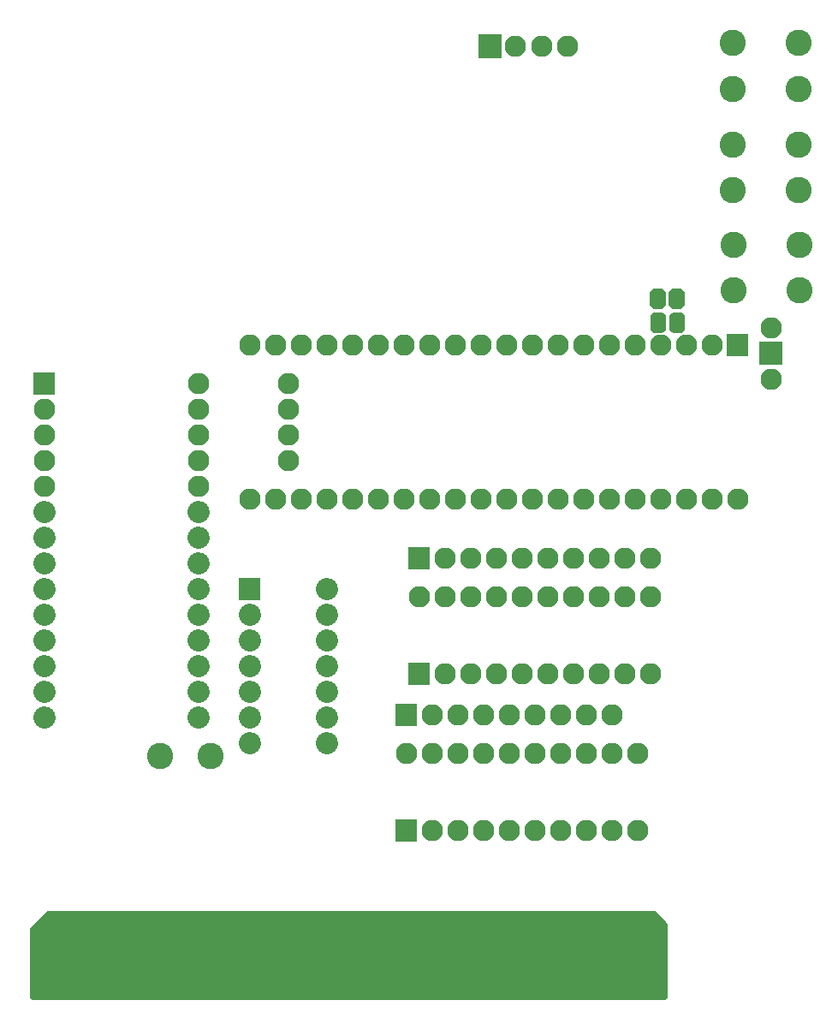
<source format=gbs>
%FSLAX34Y34*%
%MOMM*%
%LNSOLDERMASK_BOTTOM*%
G71*
G01*
%ADD10C, 2.124*%
%ADD11C, 2.600*%
%ADD12C, 2.600*%
%ADD13C, 2.200*%
%ADD14C, 0.600*%
%LPD*%
X686050Y644775D02*
G54D10*
D03*
X660650Y644775D02*
G54D10*
D03*
X635250Y644775D02*
G54D10*
D03*
X609850Y644775D02*
G54D10*
D03*
X584450Y644775D02*
G54D10*
D03*
X559050Y644775D02*
G54D10*
D03*
X533650Y644775D02*
G54D10*
D03*
X508250Y644775D02*
G54D10*
D03*
X482850Y644775D02*
G54D10*
D03*
X457450Y644775D02*
G54D10*
D03*
X432050Y644775D02*
G54D10*
D03*
X406650Y644775D02*
G54D10*
D03*
X381250Y644775D02*
G54D10*
D03*
X355850Y644775D02*
G54D10*
D03*
X330450Y644775D02*
G54D10*
D03*
X305050Y644775D02*
G54D10*
D03*
X279650Y644775D02*
G54D10*
D03*
X254250Y644775D02*
G54D10*
D03*
X228850Y644775D02*
G54D10*
D03*
X711450Y492375D02*
G54D10*
D03*
X686050Y492375D02*
G54D10*
D03*
X660650Y492375D02*
G54D10*
D03*
X635250Y492375D02*
G54D10*
D03*
X609850Y492375D02*
G54D10*
D03*
X584450Y492375D02*
G54D10*
D03*
X559050Y492375D02*
G54D10*
D03*
X533650Y492375D02*
G54D10*
D03*
X508250Y492375D02*
G54D10*
D03*
X482850Y492375D02*
G54D10*
D03*
X457450Y492375D02*
G54D10*
D03*
X432050Y492375D02*
G54D10*
D03*
X406650Y492375D02*
G54D10*
D03*
X381250Y492375D02*
G54D10*
D03*
X355850Y492375D02*
G54D10*
D03*
X330450Y492375D02*
G54D10*
D03*
X305050Y492375D02*
G54D10*
D03*
X279650Y492375D02*
G54D10*
D03*
X254250Y492375D02*
G54D10*
D03*
X228850Y492375D02*
G54D10*
D03*
X266950Y555875D02*
G54D10*
D03*
X266950Y581275D02*
G54D10*
D03*
X266950Y530475D02*
G54D10*
D03*
X266950Y606675D02*
G54D10*
D03*
X139950Y238375D02*
G54D11*
D03*
X189950Y238375D02*
G54D11*
D03*
G36*
X385490Y330655D02*
X407490Y330655D01*
X407490Y308655D01*
X385490Y308655D01*
X385490Y330655D01*
G37*
G36*
X372790Y175715D02*
X394790Y175715D01*
X394790Y153715D01*
X372790Y153715D01*
X372790Y175715D01*
G37*
G36*
X733208Y648179D02*
X756208Y648179D01*
X756208Y625179D01*
X733208Y625179D01*
X733208Y648179D01*
G37*
G36*
X385490Y444955D02*
X407490Y444955D01*
X407490Y422955D01*
X385490Y422955D01*
X385490Y444955D01*
G37*
G36*
X372790Y290015D02*
X394790Y290015D01*
X394790Y268015D01*
X372790Y268015D01*
X372790Y290015D01*
G37*
X771775Y942981D02*
G54D12*
D03*
X771775Y897981D02*
G54D12*
D03*
X706775Y942981D02*
G54D12*
D03*
X706775Y897981D02*
G54D12*
D03*
X707569Y698750D02*
G54D12*
D03*
X707569Y743750D02*
G54D12*
D03*
X772569Y698750D02*
G54D12*
D03*
X772569Y743750D02*
G54D12*
D03*
X771775Y842969D02*
G54D12*
D03*
X771775Y797969D02*
G54D12*
D03*
X706775Y842969D02*
G54D12*
D03*
X706775Y797969D02*
G54D12*
D03*
G36*
X14650Y617675D02*
X36650Y617675D01*
X36650Y595675D01*
X14650Y595675D01*
X14650Y617675D01*
G37*
G36*
X217850Y414475D02*
X239850Y414475D01*
X239850Y392475D01*
X217850Y392475D01*
X217850Y414475D01*
G37*
G54D13*
X178050Y276475D02*
X178050Y276475D01*
G54D13*
X178050Y301875D02*
X178050Y301875D01*
G54D13*
X178050Y327275D02*
X178050Y327275D01*
G54D13*
X178050Y352675D02*
X178050Y352675D01*
G54D13*
X178050Y378075D02*
X178050Y378075D01*
G54D13*
X25650Y479675D02*
X25650Y479675D01*
G54D13*
X178050Y403475D02*
X178050Y403475D01*
G54D13*
X25650Y454275D02*
X25650Y454275D01*
G54D13*
X178050Y428875D02*
X178050Y428875D01*
G54D13*
X25650Y428875D02*
X25650Y428875D01*
G54D13*
X178050Y454275D02*
X178050Y454275D01*
G54D13*
X25650Y403475D02*
X25650Y403475D01*
G54D13*
X178050Y479675D02*
X178050Y479675D01*
G54D13*
X25650Y378075D02*
X25650Y378075D01*
G54D13*
X25650Y352675D02*
X25650Y352675D01*
G54D13*
X25650Y327275D02*
X25650Y327275D01*
G54D13*
X25650Y301875D02*
X25650Y301875D01*
G54D13*
X25650Y276475D02*
X25650Y276475D01*
G54D13*
X305050Y251075D02*
X305050Y251075D01*
G54D13*
X228850Y378075D02*
X228850Y378075D01*
G54D13*
X305050Y276475D02*
X305050Y276475D01*
G54D13*
X228850Y352675D02*
X228850Y352675D01*
G54D13*
X305050Y301875D02*
X305050Y301875D01*
G54D13*
X228850Y327275D02*
X228850Y327275D01*
G54D13*
X305050Y327275D02*
X305050Y327275D01*
G54D13*
X228850Y301875D02*
X228850Y301875D01*
G54D13*
X305050Y352675D02*
X305050Y352675D01*
G54D13*
X228850Y276475D02*
X228850Y276475D01*
G54D13*
X305050Y378075D02*
X305050Y378075D01*
G54D13*
X228850Y251075D02*
X228850Y251075D01*
G54D13*
X305050Y403475D02*
X305050Y403475D01*
X517775Y940050D02*
G54D10*
D03*
X543175Y940050D02*
G54D10*
D03*
X745105Y661682D02*
G54D10*
D03*
X745105Y610882D02*
G54D10*
D03*
G36*
X700450Y655775D02*
X722450Y655775D01*
X722450Y633775D01*
X700450Y633775D01*
X700450Y655775D01*
G37*
X178050Y606675D02*
G54D10*
D03*
X178050Y581275D02*
G54D10*
D03*
X178050Y555875D02*
G54D10*
D03*
X178050Y530475D02*
G54D10*
D03*
X178050Y505075D02*
G54D10*
D03*
X25650Y581275D02*
G54D10*
D03*
X25650Y555875D02*
G54D10*
D03*
X25650Y530475D02*
G54D10*
D03*
X25650Y505075D02*
G54D10*
D03*
X25650Y479675D02*
G54D10*
D03*
X178050Y479675D02*
G54D10*
D03*
X178050Y454275D02*
G54D10*
D03*
X178050Y428875D02*
G54D10*
D03*
X178050Y403475D02*
G54D10*
D03*
X178050Y378075D02*
G54D10*
D03*
X178050Y352675D02*
G54D10*
D03*
X178050Y327275D02*
G54D10*
D03*
X178050Y301875D02*
G54D10*
D03*
X178050Y276475D02*
G54D10*
D03*
X25650Y276475D02*
G54D10*
D03*
X25650Y301875D02*
G54D10*
D03*
X25650Y327275D02*
G54D10*
D03*
X25650Y352675D02*
G54D10*
D03*
X25650Y378075D02*
G54D10*
D03*
X25650Y403475D02*
G54D10*
D03*
X25650Y428875D02*
G54D10*
D03*
X25650Y454275D02*
G54D10*
D03*
X228850Y378075D02*
G54D10*
D03*
X228850Y352675D02*
G54D10*
D03*
X228850Y327275D02*
G54D10*
D03*
X228850Y301875D02*
G54D10*
D03*
X228850Y276475D02*
G54D10*
D03*
X228850Y251075D02*
G54D10*
D03*
X305050Y251075D02*
G54D10*
D03*
X305050Y276475D02*
G54D10*
D03*
X305050Y301875D02*
G54D10*
D03*
X305050Y327275D02*
G54D10*
D03*
X305050Y352675D02*
G54D10*
D03*
X305050Y378075D02*
G54D10*
D03*
X305050Y403475D02*
G54D10*
D03*
X421890Y433955D02*
G54D10*
D03*
X447290Y433955D02*
G54D10*
D03*
X472690Y433955D02*
G54D10*
D03*
X498090Y433955D02*
G54D10*
D03*
X523490Y433955D02*
G54D10*
D03*
X548890Y433955D02*
G54D10*
D03*
X574290Y433955D02*
G54D10*
D03*
X599690Y433955D02*
G54D10*
D03*
X625090Y433955D02*
G54D10*
D03*
X396490Y395855D02*
G54D10*
D03*
X421890Y395855D02*
G54D10*
D03*
X447290Y395855D02*
G54D10*
D03*
X472690Y395855D02*
G54D10*
D03*
X498090Y395855D02*
G54D10*
D03*
X523490Y395855D02*
G54D10*
D03*
X548890Y395855D02*
G54D10*
D03*
X574290Y395855D02*
G54D10*
D03*
X599690Y395855D02*
G54D10*
D03*
X625090Y395855D02*
G54D10*
D03*
X421890Y319655D02*
G54D10*
D03*
X447290Y319655D02*
G54D10*
D03*
X472690Y319655D02*
G54D10*
D03*
X498090Y319655D02*
G54D10*
D03*
X523490Y319655D02*
G54D10*
D03*
X548890Y319655D02*
G54D10*
D03*
X574290Y319655D02*
G54D10*
D03*
X599690Y319655D02*
G54D10*
D03*
X625090Y319655D02*
G54D10*
D03*
X409190Y279015D02*
G54D10*
D03*
X434590Y279015D02*
G54D10*
D03*
X459990Y279015D02*
G54D10*
D03*
X485390Y279015D02*
G54D10*
D03*
X510790Y279015D02*
G54D10*
D03*
X536190Y279015D02*
G54D10*
D03*
X561590Y279015D02*
G54D10*
D03*
X586990Y279015D02*
G54D10*
D03*
X383790Y240915D02*
G54D10*
D03*
X409190Y240915D02*
G54D10*
D03*
X434590Y240915D02*
G54D10*
D03*
X459990Y240915D02*
G54D10*
D03*
X485390Y240915D02*
G54D10*
D03*
X510790Y240915D02*
G54D10*
D03*
X536190Y240915D02*
G54D10*
D03*
X561590Y240915D02*
G54D10*
D03*
X586990Y240915D02*
G54D10*
D03*
X612390Y240915D02*
G54D10*
D03*
X409190Y164715D02*
G54D10*
D03*
X434590Y164715D02*
G54D10*
D03*
X459990Y164715D02*
G54D10*
D03*
X485390Y164715D02*
G54D10*
D03*
X510790Y164715D02*
G54D10*
D03*
X536190Y164715D02*
G54D10*
D03*
X561590Y164715D02*
G54D10*
D03*
X586990Y164715D02*
G54D10*
D03*
X612390Y164715D02*
G54D10*
D03*
X491978Y939653D02*
G54D10*
D03*
G36*
X455475Y951550D02*
X478475Y951550D01*
X478475Y928550D01*
X455475Y928550D01*
X455475Y951550D01*
G37*
G36*
X637126Y685972D02*
X637091Y685736D01*
X637033Y685504D01*
X636953Y685278D01*
X636850Y685062D01*
X636728Y684857D01*
X636585Y684665D01*
X636424Y684488D01*
X636247Y684327D01*
X636055Y684185D01*
X635850Y684062D01*
X635634Y683959D01*
X635408Y683879D01*
X635176Y683821D01*
X634940Y683785D01*
X634701Y683774D01*
X629826Y683774D01*
X629587Y683785D01*
X629350Y683821D01*
X629118Y683879D01*
X628893Y683959D01*
X628677Y684062D01*
X628472Y684185D01*
X628279Y684327D01*
X628102Y684488D01*
X627942Y684665D01*
X627799Y684857D01*
X627676Y685062D01*
X627574Y685278D01*
X627493Y685504D01*
X627435Y685736D01*
X627400Y685972D01*
X627388Y686211D01*
X627388Y695336D01*
X627400Y695575D01*
X627435Y695812D01*
X627493Y696044D01*
X627574Y696269D01*
X627676Y696485D01*
X627799Y696690D01*
X627942Y696883D01*
X628102Y697060D01*
X628279Y697220D01*
X628472Y697363D01*
X628677Y697486D01*
X628893Y697588D01*
X629118Y697669D01*
X629350Y697727D01*
X629587Y697762D01*
X629826Y697774D01*
X634701Y697774D01*
X634940Y697762D01*
X635176Y697727D01*
X635408Y697669D01*
X635634Y697588D01*
X635850Y697486D01*
X636055Y697363D01*
X636247Y697220D01*
X636424Y697060D01*
X636585Y696883D01*
X636728Y696690D01*
X636850Y696485D01*
X636953Y696269D01*
X637033Y696044D01*
X637091Y695812D01*
X637126Y695575D01*
X637138Y695336D01*
X637138Y686211D01*
X637126Y685972D01*
G37*
G54D14*
X637126Y685972D02*
X637091Y685736D01*
X637033Y685504D01*
X636953Y685278D01*
X636850Y685062D01*
X636728Y684857D01*
X636585Y684665D01*
X636424Y684488D01*
X636247Y684327D01*
X636055Y684185D01*
X635850Y684062D01*
X635634Y683959D01*
X635408Y683879D01*
X635176Y683821D01*
X634940Y683785D01*
X634701Y683774D01*
X629826Y683774D01*
X629587Y683785D01*
X629350Y683821D01*
X629118Y683879D01*
X628893Y683959D01*
X628677Y684062D01*
X628472Y684185D01*
X628279Y684327D01*
X628102Y684488D01*
X627942Y684665D01*
X627799Y684857D01*
X627676Y685062D01*
X627574Y685278D01*
X627493Y685504D01*
X627435Y685736D01*
X627400Y685972D01*
X627388Y686211D01*
X627388Y695336D01*
X627400Y695575D01*
X627435Y695812D01*
X627493Y696044D01*
X627574Y696269D01*
X627676Y696485D01*
X627799Y696690D01*
X627942Y696883D01*
X628102Y697060D01*
X628279Y697220D01*
X628472Y697363D01*
X628677Y697486D01*
X628893Y697588D01*
X629118Y697669D01*
X629350Y697727D01*
X629587Y697762D01*
X629826Y697774D01*
X634701Y697774D01*
X634940Y697762D01*
X635176Y697727D01*
X635408Y697669D01*
X635634Y697588D01*
X635850Y697486D01*
X636055Y697363D01*
X636247Y697220D01*
X636424Y697060D01*
X636585Y696883D01*
X636728Y696690D01*
X636850Y696485D01*
X636953Y696269D01*
X637033Y696044D01*
X637091Y695812D01*
X637126Y695575D01*
X637138Y695336D01*
X637138Y686211D01*
X637126Y685972D01*
G36*
X655876Y685972D02*
X655841Y685736D01*
X655783Y685504D01*
X655703Y685278D01*
X655600Y685062D01*
X655478Y684857D01*
X655335Y684665D01*
X655174Y684488D01*
X654997Y684327D01*
X654805Y684185D01*
X654600Y684062D01*
X654384Y683959D01*
X654158Y683879D01*
X653926Y683821D01*
X653690Y683785D01*
X653451Y683774D01*
X648576Y683774D01*
X648337Y683785D01*
X648100Y683821D01*
X647868Y683879D01*
X647643Y683959D01*
X647427Y684062D01*
X647222Y684185D01*
X647029Y684327D01*
X646852Y684488D01*
X646692Y684665D01*
X646549Y684857D01*
X646426Y685062D01*
X646324Y685278D01*
X646243Y685504D01*
X646185Y685736D01*
X646150Y685972D01*
X646138Y686211D01*
X646138Y695336D01*
X646150Y695575D01*
X646185Y695812D01*
X646243Y696044D01*
X646324Y696269D01*
X646426Y696485D01*
X646549Y696690D01*
X646692Y696883D01*
X646852Y697060D01*
X647029Y697220D01*
X647222Y697363D01*
X647427Y697486D01*
X647643Y697588D01*
X647868Y697669D01*
X648100Y697727D01*
X648337Y697762D01*
X648576Y697774D01*
X653451Y697774D01*
X653690Y697762D01*
X653926Y697727D01*
X654158Y697669D01*
X654384Y697588D01*
X654600Y697486D01*
X654805Y697363D01*
X654997Y697220D01*
X655174Y697060D01*
X655335Y696883D01*
X655478Y696690D01*
X655600Y696485D01*
X655703Y696269D01*
X655783Y696044D01*
X655841Y695812D01*
X655876Y695575D01*
X655888Y695336D01*
X655888Y686211D01*
X655876Y685972D01*
G37*
G54D14*
X655876Y685972D02*
X655841Y685736D01*
X655783Y685504D01*
X655703Y685278D01*
X655600Y685062D01*
X655478Y684857D01*
X655335Y684665D01*
X655174Y684488D01*
X654997Y684327D01*
X654805Y684185D01*
X654600Y684062D01*
X654384Y683959D01*
X654158Y683879D01*
X653926Y683821D01*
X653690Y683785D01*
X653451Y683774D01*
X648576Y683774D01*
X648337Y683785D01*
X648100Y683821D01*
X647868Y683879D01*
X647643Y683959D01*
X647427Y684062D01*
X647222Y684185D01*
X647029Y684327D01*
X646852Y684488D01*
X646692Y684665D01*
X646549Y684857D01*
X646426Y685062D01*
X646324Y685278D01*
X646243Y685504D01*
X646185Y685736D01*
X646150Y685972D01*
X646138Y686211D01*
X646138Y695336D01*
X646150Y695575D01*
X646185Y695812D01*
X646243Y696044D01*
X646324Y696269D01*
X646426Y696485D01*
X646549Y696690D01*
X646692Y696883D01*
X646852Y697060D01*
X647029Y697220D01*
X647222Y697363D01*
X647427Y697486D01*
X647643Y697588D01*
X647868Y697669D01*
X648100Y697727D01*
X648337Y697762D01*
X648576Y697774D01*
X653451Y697774D01*
X653690Y697762D01*
X653926Y697727D01*
X654158Y697669D01*
X654384Y697588D01*
X654600Y697486D01*
X654805Y697363D01*
X654997Y697220D01*
X655174Y697060D01*
X655335Y696883D01*
X655478Y696690D01*
X655600Y696485D01*
X655703Y696269D01*
X655783Y696044D01*
X655841Y695812D01*
X655876Y695575D01*
X655888Y695336D01*
X655888Y686211D01*
X655876Y685972D01*
G36*
X637523Y662160D02*
X637488Y661923D01*
X637430Y661691D01*
X637350Y661466D01*
X637247Y661250D01*
X637124Y661045D01*
X636982Y660852D01*
X636821Y660675D01*
X636644Y660515D01*
X636452Y660372D01*
X636247Y660249D01*
X636030Y660147D01*
X635805Y660066D01*
X635573Y660008D01*
X635336Y659973D01*
X635098Y659961D01*
X630223Y659961D01*
X629984Y659973D01*
X629747Y660008D01*
X629515Y660066D01*
X629290Y660147D01*
X629074Y660249D01*
X628868Y660372D01*
X628676Y660515D01*
X628499Y660675D01*
X628338Y660852D01*
X628196Y661045D01*
X628073Y661250D01*
X627971Y661466D01*
X627890Y661691D01*
X627832Y661923D01*
X627797Y662160D01*
X627785Y662399D01*
X627785Y671524D01*
X627797Y671763D01*
X627832Y671999D01*
X627890Y672231D01*
X627971Y672457D01*
X628073Y672673D01*
X628196Y672878D01*
X628338Y673070D01*
X628499Y673247D01*
X628676Y673408D01*
X628868Y673550D01*
X629074Y673673D01*
X629290Y673776D01*
X629515Y673856D01*
X629747Y673914D01*
X629984Y673950D01*
X630223Y673961D01*
X635098Y673961D01*
X635336Y673950D01*
X635573Y673914D01*
X635805Y673856D01*
X636030Y673776D01*
X636247Y673673D01*
X636452Y673550D01*
X636644Y673408D01*
X636821Y673247D01*
X636982Y673070D01*
X637124Y672878D01*
X637247Y672673D01*
X637350Y672457D01*
X637430Y672231D01*
X637488Y671999D01*
X637523Y671763D01*
X637535Y671524D01*
X637535Y662399D01*
X637523Y662160D01*
G37*
G54D14*
X637523Y662160D02*
X637488Y661923D01*
X637430Y661691D01*
X637350Y661466D01*
X637247Y661250D01*
X637124Y661045D01*
X636982Y660852D01*
X636821Y660675D01*
X636644Y660515D01*
X636452Y660372D01*
X636247Y660249D01*
X636030Y660147D01*
X635805Y660066D01*
X635573Y660008D01*
X635336Y659973D01*
X635098Y659961D01*
X630223Y659961D01*
X629984Y659973D01*
X629747Y660008D01*
X629515Y660066D01*
X629290Y660147D01*
X629074Y660249D01*
X628868Y660372D01*
X628676Y660515D01*
X628499Y660675D01*
X628338Y660852D01*
X628196Y661045D01*
X628073Y661250D01*
X627971Y661466D01*
X627890Y661691D01*
X627832Y661923D01*
X627797Y662160D01*
X627785Y662399D01*
X627785Y671524D01*
X627797Y671763D01*
X627832Y671999D01*
X627890Y672231D01*
X627971Y672457D01*
X628073Y672673D01*
X628196Y672878D01*
X628338Y673070D01*
X628499Y673247D01*
X628676Y673408D01*
X628868Y673550D01*
X629074Y673673D01*
X629290Y673776D01*
X629515Y673856D01*
X629747Y673914D01*
X629984Y673950D01*
X630223Y673961D01*
X635098Y673961D01*
X635336Y673950D01*
X635573Y673914D01*
X635805Y673856D01*
X636030Y673776D01*
X636247Y673673D01*
X636452Y673550D01*
X636644Y673408D01*
X636821Y673247D01*
X636982Y673070D01*
X637124Y672878D01*
X637247Y672673D01*
X637350Y672457D01*
X637430Y672231D01*
X637488Y671999D01*
X637523Y671763D01*
X637535Y671524D01*
X637535Y662399D01*
X637523Y662160D01*
G36*
X656273Y662160D02*
X656238Y661923D01*
X656180Y661691D01*
X656100Y661466D01*
X655997Y661250D01*
X655874Y661045D01*
X655732Y660852D01*
X655571Y660675D01*
X655394Y660515D01*
X655202Y660372D01*
X654997Y660249D01*
X654780Y660147D01*
X654555Y660066D01*
X654323Y660008D01*
X654086Y659973D01*
X653848Y659961D01*
X648973Y659961D01*
X648734Y659973D01*
X648497Y660008D01*
X648265Y660066D01*
X648040Y660147D01*
X647824Y660249D01*
X647618Y660372D01*
X647426Y660515D01*
X647249Y660675D01*
X647088Y660852D01*
X646946Y661045D01*
X646823Y661250D01*
X646721Y661466D01*
X646640Y661691D01*
X646582Y661923D01*
X646547Y662160D01*
X646535Y662399D01*
X646535Y671524D01*
X646547Y671763D01*
X646582Y671999D01*
X646640Y672231D01*
X646721Y672457D01*
X646823Y672673D01*
X646946Y672878D01*
X647088Y673070D01*
X647249Y673247D01*
X647426Y673408D01*
X647618Y673550D01*
X647824Y673673D01*
X648040Y673776D01*
X648265Y673856D01*
X648497Y673914D01*
X648734Y673950D01*
X648973Y673961D01*
X653848Y673961D01*
X654086Y673950D01*
X654323Y673914D01*
X654555Y673856D01*
X654780Y673776D01*
X654997Y673673D01*
X655202Y673550D01*
X655394Y673408D01*
X655571Y673247D01*
X655732Y673070D01*
X655874Y672878D01*
X655997Y672673D01*
X656100Y672457D01*
X656180Y672231D01*
X656238Y671999D01*
X656273Y671763D01*
X656285Y671524D01*
X656285Y662399D01*
X656273Y662160D01*
G37*
G54D14*
X656273Y662160D02*
X656238Y661923D01*
X656180Y661691D01*
X656100Y661466D01*
X655997Y661250D01*
X655874Y661045D01*
X655732Y660852D01*
X655571Y660675D01*
X655394Y660515D01*
X655202Y660372D01*
X654997Y660249D01*
X654780Y660147D01*
X654555Y660066D01*
X654323Y660008D01*
X654086Y659973D01*
X653848Y659961D01*
X648973Y659961D01*
X648734Y659973D01*
X648497Y660008D01*
X648265Y660066D01*
X648040Y660147D01*
X647824Y660249D01*
X647618Y660372D01*
X647426Y660515D01*
X647249Y660675D01*
X647088Y660852D01*
X646946Y661045D01*
X646823Y661250D01*
X646721Y661466D01*
X646640Y661691D01*
X646582Y661923D01*
X646547Y662160D01*
X646535Y662399D01*
X646535Y671524D01*
X646547Y671763D01*
X646582Y671999D01*
X646640Y672231D01*
X646721Y672457D01*
X646823Y672673D01*
X646946Y672878D01*
X647088Y673070D01*
X647249Y673247D01*
X647426Y673408D01*
X647618Y673550D01*
X647824Y673673D01*
X648040Y673776D01*
X648265Y673856D01*
X648497Y673914D01*
X648734Y673950D01*
X648973Y673961D01*
X653848Y673961D01*
X654086Y673950D01*
X654323Y673914D01*
X654555Y673856D01*
X654780Y673776D01*
X654997Y673673D01*
X655202Y673550D01*
X655394Y673408D01*
X655571Y673247D01*
X655732Y673070D01*
X655874Y672878D01*
X655997Y672673D01*
X656100Y672457D01*
X656180Y672231D01*
X656238Y671999D01*
X656273Y671763D01*
X656285Y671524D01*
X656285Y662399D01*
X656273Y662160D01*
G36*
X14520Y67376D02*
X29450Y82306D01*
X628594Y82306D01*
X639200Y71700D01*
X639060Y250D01*
X14220Y250D01*
X14520Y67376D01*
G37*
G54D14*
X14520Y67376D02*
X29450Y82306D01*
X628594Y82306D01*
X639200Y71700D01*
X639060Y250D01*
X14220Y250D01*
X14520Y67376D01*
M02*

</source>
